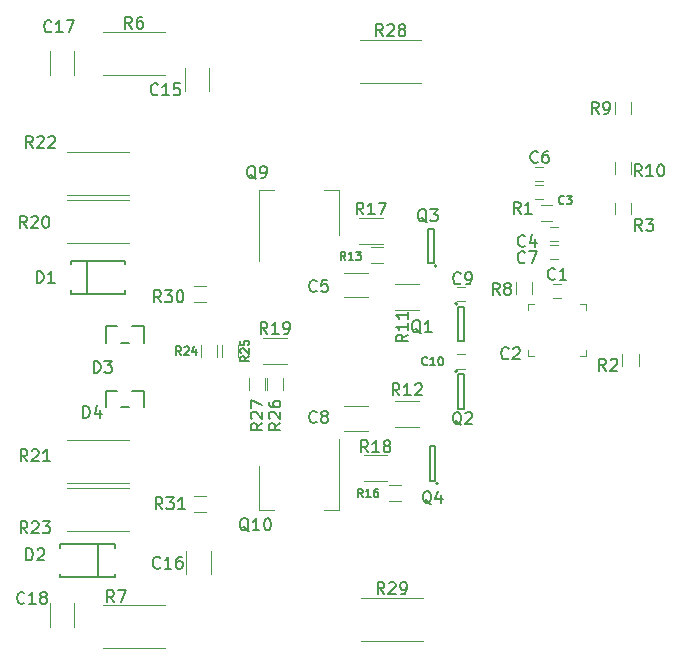
<source format=gto>
G04 #@! TF.FileFunction,Legend,Top*
%FSLAX46Y46*%
G04 Gerber Fmt 4.6, Leading zero omitted, Abs format (unit mm)*
G04 Created by KiCad (PCBNEW 4.0.2-stable) date 06/11/2017 10:09:17*
%MOMM*%
G01*
G04 APERTURE LIST*
%ADD10C,0.100000*%
%ADD11C,0.120000*%
%ADD12C,0.150000*%
G04 APERTURE END LIST*
D10*
D11*
X190516000Y-185366000D02*
X192516000Y-185366000D01*
X192516000Y-187506000D02*
X190516000Y-187506000D01*
D12*
X195788000Y-182831000D02*
G75*
G03X195788000Y-182831000I-100000J0D01*
G01*
X196338000Y-183081000D02*
X195838000Y-183081000D01*
X196338000Y-185981000D02*
X196338000Y-183081000D01*
X195838000Y-185981000D02*
X196338000Y-185981000D01*
X195838000Y-183081000D02*
X195838000Y-185981000D01*
D11*
X188198000Y-185797000D02*
X186198000Y-185797000D01*
X186198000Y-187837000D02*
X188198000Y-187837000D01*
X175850000Y-181602000D02*
X175850000Y-180602000D01*
X177210000Y-180602000D02*
X177210000Y-181602000D01*
D12*
X194175000Y-192327000D02*
G75*
G03X194175000Y-192327000I-100000J0D01*
G01*
X193425000Y-192077000D02*
X193925000Y-192077000D01*
X193425000Y-189177000D02*
X193425000Y-192077000D01*
X193925000Y-189177000D02*
X193425000Y-189177000D01*
X193925000Y-192077000D02*
X193925000Y-189177000D01*
D11*
X209124000Y-161028000D02*
X209124000Y-160028000D01*
X210484000Y-160028000D02*
X210484000Y-161028000D01*
X190000000Y-192487000D02*
X191000000Y-192487000D01*
X191000000Y-193847000D02*
X190000000Y-193847000D01*
X204566000Y-176622000D02*
X203866000Y-176622000D01*
X203866000Y-175422000D02*
X204566000Y-175422000D01*
X206666000Y-181524000D02*
X206166000Y-181524000D01*
X206666000Y-181524000D02*
X206666000Y-181024000D01*
X206666000Y-177124000D02*
X206166000Y-177124000D01*
X206666000Y-177124000D02*
X206666000Y-177624000D01*
X201766000Y-181524000D02*
X202266000Y-181524000D01*
X201766000Y-181524000D02*
X201766000Y-181024000D01*
X201766000Y-177124000D02*
X202266000Y-177124000D01*
X201766000Y-177124000D02*
X201766000Y-177624000D01*
X203042000Y-168240000D02*
X202342000Y-168240000D01*
X202342000Y-167040000D02*
X203042000Y-167040000D01*
X203612000Y-170596000D02*
X204312000Y-170596000D01*
X204312000Y-171796000D02*
X203612000Y-171796000D01*
X186198000Y-176534000D02*
X188198000Y-176534000D01*
X188198000Y-174494000D02*
X186198000Y-174494000D01*
X203042000Y-166716000D02*
X202342000Y-166716000D01*
X202342000Y-165516000D02*
X203042000Y-165516000D01*
X203612000Y-172120000D02*
X204312000Y-172120000D01*
X204312000Y-173320000D02*
X203612000Y-173320000D01*
X196438000Y-176876000D02*
X195738000Y-176876000D01*
X195738000Y-175676000D02*
X196438000Y-175676000D01*
X195738000Y-181391000D02*
X196438000Y-181391000D01*
X196438000Y-182591000D02*
X195738000Y-182591000D01*
X172716000Y-157115000D02*
X172716000Y-159115000D01*
X174756000Y-159115000D02*
X174756000Y-157115000D01*
X172843000Y-198009000D02*
X172843000Y-200009000D01*
X174883000Y-200009000D02*
X174883000Y-198009000D01*
X211119000Y-181364000D02*
X211119000Y-182364000D01*
X209759000Y-182364000D02*
X209759000Y-181364000D01*
X210484000Y-168537000D02*
X210484000Y-169537000D01*
X209124000Y-169537000D02*
X209124000Y-168537000D01*
X171002000Y-157776000D02*
X165802000Y-157776000D01*
X165802000Y-154136000D02*
X171002000Y-154136000D01*
X165802000Y-202650000D02*
X171002000Y-202650000D01*
X171002000Y-206290000D02*
X165802000Y-206290000D01*
X200742000Y-176268000D02*
X200742000Y-175268000D01*
X202102000Y-175268000D02*
X202102000Y-176268000D01*
X210484000Y-165108000D02*
X210484000Y-166108000D01*
X209124000Y-166108000D02*
X209124000Y-165108000D01*
X192516000Y-177600000D02*
X190516000Y-177600000D01*
X190516000Y-175460000D02*
X192516000Y-175460000D01*
X189476000Y-173654000D02*
X188476000Y-173654000D01*
X188476000Y-172294000D02*
X189476000Y-172294000D01*
X167954000Y-172000000D02*
X162754000Y-172000000D01*
X162754000Y-168360000D02*
X167954000Y-168360000D01*
X162754000Y-188680000D02*
X167954000Y-188680000D01*
X167954000Y-192320000D02*
X162754000Y-192320000D01*
X167954000Y-167936000D02*
X162754000Y-167936000D01*
X162754000Y-164296000D02*
X167954000Y-164296000D01*
X162754000Y-192744000D02*
X167954000Y-192744000D01*
X167954000Y-196384000D02*
X162754000Y-196384000D01*
X192719000Y-158411000D02*
X187519000Y-158411000D01*
X187519000Y-154771000D02*
X192719000Y-154771000D01*
X192846000Y-205655000D02*
X187646000Y-205655000D01*
X187646000Y-202015000D02*
X192846000Y-202015000D01*
X174072000Y-181602000D02*
X174072000Y-180602000D01*
X175432000Y-180602000D02*
X175432000Y-181602000D01*
X161286000Y-155718000D02*
X161286000Y-157718000D01*
X163326000Y-157718000D02*
X163326000Y-155718000D01*
X163326000Y-204454000D02*
X163326000Y-202454000D01*
X161286000Y-202454000D02*
X161286000Y-204454000D01*
D12*
X164454000Y-173479000D02*
X164454000Y-176279000D01*
X163054000Y-173479000D02*
X163054000Y-173779000D01*
X167654000Y-175979000D02*
X167654000Y-176279000D01*
X167654000Y-176279000D02*
X163054000Y-176279000D01*
X163054000Y-176279000D02*
X163054000Y-175979000D01*
X163054000Y-173479000D02*
X167654000Y-173479000D01*
X167654000Y-173479000D02*
X167654000Y-173779000D01*
X165365000Y-200282000D02*
X165365000Y-197482000D01*
X166765000Y-200282000D02*
X166765000Y-199982000D01*
X162165000Y-197782000D02*
X162165000Y-197482000D01*
X162165000Y-197482000D02*
X166765000Y-197482000D01*
X166765000Y-197482000D02*
X166765000Y-197782000D01*
X166765000Y-200282000D02*
X162165000Y-200282000D01*
X162165000Y-200282000D02*
X162165000Y-199982000D01*
X167340000Y-180405000D02*
X167940000Y-180405000D01*
X169240000Y-180405000D02*
X169240000Y-179005000D01*
X169240000Y-179005000D02*
X168240000Y-179005000D01*
X166940000Y-179005000D02*
X166040000Y-179005000D01*
X166040000Y-179005000D02*
X166040000Y-180405000D01*
X167340000Y-185866000D02*
X167940000Y-185866000D01*
X169240000Y-185866000D02*
X169240000Y-184466000D01*
X169240000Y-184466000D02*
X168240000Y-184466000D01*
X166940000Y-184466000D02*
X166040000Y-184466000D01*
X166040000Y-184466000D02*
X166040000Y-185866000D01*
D11*
X185782000Y-167508000D02*
X184522000Y-167508000D01*
X178962000Y-167508000D02*
X180222000Y-167508000D01*
X185782000Y-171268000D02*
X185782000Y-167508000D01*
X178962000Y-173518000D02*
X178962000Y-167508000D01*
X178962000Y-194569000D02*
X180222000Y-194569000D01*
X185782000Y-194569000D02*
X184522000Y-194569000D01*
X178962000Y-190809000D02*
X178962000Y-194569000D01*
X185782000Y-188559000D02*
X185782000Y-194569000D01*
X202827000Y-168738000D02*
X203827000Y-168738000D01*
X203827000Y-170098000D02*
X202827000Y-170098000D01*
X179340000Y-180032000D02*
X181340000Y-180032000D01*
X181340000Y-182172000D02*
X179340000Y-182172000D01*
X179496000Y-183396000D02*
X179496000Y-184396000D01*
X178136000Y-184396000D02*
X178136000Y-183396000D01*
D12*
X194048000Y-173912000D02*
G75*
G03X194048000Y-173912000I-100000J0D01*
G01*
X193298000Y-173662000D02*
X193798000Y-173662000D01*
X193298000Y-170762000D02*
X193298000Y-173662000D01*
X193798000Y-170762000D02*
X193298000Y-170762000D01*
X193798000Y-173662000D02*
X193798000Y-170762000D01*
X195788000Y-177116000D02*
G75*
G03X195788000Y-177116000I-100000J0D01*
G01*
X196338000Y-177366000D02*
X195838000Y-177366000D01*
X196338000Y-180266000D02*
X196338000Y-177366000D01*
X195838000Y-180266000D02*
X196338000Y-180266000D01*
X195838000Y-177366000D02*
X195838000Y-180266000D01*
D11*
X179660000Y-184396000D02*
X179660000Y-183396000D01*
X181020000Y-183396000D02*
X181020000Y-184396000D01*
X173490000Y-175596000D02*
X174490000Y-175596000D01*
X174490000Y-176956000D02*
X173490000Y-176956000D01*
X173490000Y-193376000D02*
X174490000Y-193376000D01*
X174490000Y-194736000D02*
X173490000Y-194736000D01*
X189468000Y-172012000D02*
X187468000Y-172012000D01*
X187468000Y-169872000D02*
X189468000Y-169872000D01*
X187849000Y-189938000D02*
X189849000Y-189938000D01*
X189849000Y-192078000D02*
X187849000Y-192078000D01*
D12*
X190873143Y-184856381D02*
X190539809Y-184380190D01*
X190301714Y-184856381D02*
X190301714Y-183856381D01*
X190682667Y-183856381D01*
X190777905Y-183904000D01*
X190825524Y-183951619D01*
X190873143Y-184046857D01*
X190873143Y-184189714D01*
X190825524Y-184284952D01*
X190777905Y-184332571D01*
X190682667Y-184380190D01*
X190301714Y-184380190D01*
X191825524Y-184856381D02*
X191254095Y-184856381D01*
X191539809Y-184856381D02*
X191539809Y-183856381D01*
X191444571Y-183999238D01*
X191349333Y-184094476D01*
X191254095Y-184142095D01*
X192206476Y-183951619D02*
X192254095Y-183904000D01*
X192349333Y-183856381D01*
X192587429Y-183856381D01*
X192682667Y-183904000D01*
X192730286Y-183951619D01*
X192777905Y-184046857D01*
X192777905Y-184142095D01*
X192730286Y-184284952D01*
X192158857Y-184856381D01*
X192777905Y-184856381D01*
X196119762Y-187364619D02*
X196024524Y-187317000D01*
X195929286Y-187221762D01*
X195786429Y-187078905D01*
X195691190Y-187031286D01*
X195595952Y-187031286D01*
X195643571Y-187269381D02*
X195548333Y-187221762D01*
X195453095Y-187126524D01*
X195405476Y-186936048D01*
X195405476Y-186602714D01*
X195453095Y-186412238D01*
X195548333Y-186317000D01*
X195643571Y-186269381D01*
X195834048Y-186269381D01*
X195929286Y-186317000D01*
X196024524Y-186412238D01*
X196072143Y-186602714D01*
X196072143Y-186936048D01*
X196024524Y-187126524D01*
X195929286Y-187221762D01*
X195834048Y-187269381D01*
X195643571Y-187269381D01*
X196453095Y-186364619D02*
X196500714Y-186317000D01*
X196595952Y-186269381D01*
X196834048Y-186269381D01*
X196929286Y-186317000D01*
X196976905Y-186364619D01*
X197024524Y-186459857D01*
X197024524Y-186555095D01*
X196976905Y-186697952D01*
X196405476Y-187269381D01*
X197024524Y-187269381D01*
X183856334Y-187110643D02*
X183808715Y-187158262D01*
X183665858Y-187205881D01*
X183570620Y-187205881D01*
X183427762Y-187158262D01*
X183332524Y-187063024D01*
X183284905Y-186967786D01*
X183237286Y-186777310D01*
X183237286Y-186634452D01*
X183284905Y-186443976D01*
X183332524Y-186348738D01*
X183427762Y-186253500D01*
X183570620Y-186205881D01*
X183665858Y-186205881D01*
X183808715Y-186253500D01*
X183856334Y-186301119D01*
X184427762Y-186634452D02*
X184332524Y-186586833D01*
X184284905Y-186539214D01*
X184237286Y-186443976D01*
X184237286Y-186396357D01*
X184284905Y-186301119D01*
X184332524Y-186253500D01*
X184427762Y-186205881D01*
X184618239Y-186205881D01*
X184713477Y-186253500D01*
X184761096Y-186301119D01*
X184808715Y-186396357D01*
X184808715Y-186443976D01*
X184761096Y-186539214D01*
X184713477Y-186586833D01*
X184618239Y-186634452D01*
X184427762Y-186634452D01*
X184332524Y-186682071D01*
X184284905Y-186729690D01*
X184237286Y-186824929D01*
X184237286Y-187015405D01*
X184284905Y-187110643D01*
X184332524Y-187158262D01*
X184427762Y-187205881D01*
X184618239Y-187205881D01*
X184713477Y-187158262D01*
X184761096Y-187110643D01*
X184808715Y-187015405D01*
X184808715Y-186824929D01*
X184761096Y-186729690D01*
X184713477Y-186682071D01*
X184618239Y-186634452D01*
X178116667Y-181552000D02*
X177783333Y-181785334D01*
X178116667Y-181952000D02*
X177416667Y-181952000D01*
X177416667Y-181685334D01*
X177450000Y-181618667D01*
X177483333Y-181585334D01*
X177550000Y-181552000D01*
X177650000Y-181552000D01*
X177716667Y-181585334D01*
X177750000Y-181618667D01*
X177783333Y-181685334D01*
X177783333Y-181952000D01*
X177483333Y-181285334D02*
X177450000Y-181252000D01*
X177416667Y-181185334D01*
X177416667Y-181018667D01*
X177450000Y-180952000D01*
X177483333Y-180918667D01*
X177550000Y-180885334D01*
X177616667Y-180885334D01*
X177716667Y-180918667D01*
X178116667Y-181318667D01*
X178116667Y-180885334D01*
X177416667Y-180252000D02*
X177416667Y-180585333D01*
X177750000Y-180618667D01*
X177716667Y-180585333D01*
X177683333Y-180518667D01*
X177683333Y-180352000D01*
X177716667Y-180285333D01*
X177750000Y-180252000D01*
X177816667Y-180218667D01*
X177983333Y-180218667D01*
X178050000Y-180252000D01*
X178083333Y-180285333D01*
X178116667Y-180352000D01*
X178116667Y-180518667D01*
X178083333Y-180585333D01*
X178050000Y-180618667D01*
X193579762Y-194074619D02*
X193484524Y-194027000D01*
X193389286Y-193931762D01*
X193246429Y-193788905D01*
X193151190Y-193741286D01*
X193055952Y-193741286D01*
X193103571Y-193979381D02*
X193008333Y-193931762D01*
X192913095Y-193836524D01*
X192865476Y-193646048D01*
X192865476Y-193312714D01*
X192913095Y-193122238D01*
X193008333Y-193027000D01*
X193103571Y-192979381D01*
X193294048Y-192979381D01*
X193389286Y-193027000D01*
X193484524Y-193122238D01*
X193532143Y-193312714D01*
X193532143Y-193646048D01*
X193484524Y-193836524D01*
X193389286Y-193931762D01*
X193294048Y-193979381D01*
X193103571Y-193979381D01*
X194389286Y-193312714D02*
X194389286Y-193979381D01*
X194151190Y-192931762D02*
X193913095Y-193646048D01*
X194532143Y-193646048D01*
X207732334Y-161043881D02*
X207399000Y-160567690D01*
X207160905Y-161043881D02*
X207160905Y-160043881D01*
X207541858Y-160043881D01*
X207637096Y-160091500D01*
X207684715Y-160139119D01*
X207732334Y-160234357D01*
X207732334Y-160377214D01*
X207684715Y-160472452D01*
X207637096Y-160520071D01*
X207541858Y-160567690D01*
X207160905Y-160567690D01*
X208208524Y-161043881D02*
X208399000Y-161043881D01*
X208494239Y-160996262D01*
X208541858Y-160948643D01*
X208637096Y-160805786D01*
X208684715Y-160615310D01*
X208684715Y-160234357D01*
X208637096Y-160139119D01*
X208589477Y-160091500D01*
X208494239Y-160043881D01*
X208303762Y-160043881D01*
X208208524Y-160091500D01*
X208160905Y-160139119D01*
X208113286Y-160234357D01*
X208113286Y-160472452D01*
X208160905Y-160567690D01*
X208208524Y-160615310D01*
X208303762Y-160662929D01*
X208494239Y-160662929D01*
X208589477Y-160615310D01*
X208637096Y-160567690D01*
X208684715Y-160472452D01*
X187764000Y-193483667D02*
X187530666Y-193150333D01*
X187364000Y-193483667D02*
X187364000Y-192783667D01*
X187630666Y-192783667D01*
X187697333Y-192817000D01*
X187730666Y-192850333D01*
X187764000Y-192917000D01*
X187764000Y-193017000D01*
X187730666Y-193083667D01*
X187697333Y-193117000D01*
X187630666Y-193150333D01*
X187364000Y-193150333D01*
X188430666Y-193483667D02*
X188030666Y-193483667D01*
X188230666Y-193483667D02*
X188230666Y-192783667D01*
X188164000Y-192883667D01*
X188097333Y-192950333D01*
X188030666Y-192983667D01*
X189030667Y-192783667D02*
X188897333Y-192783667D01*
X188830667Y-192817000D01*
X188797333Y-192850333D01*
X188730667Y-192950333D01*
X188697333Y-193083667D01*
X188697333Y-193350333D01*
X188730667Y-193417000D01*
X188764000Y-193450333D01*
X188830667Y-193483667D01*
X188964000Y-193483667D01*
X189030667Y-193450333D01*
X189064000Y-193417000D01*
X189097333Y-193350333D01*
X189097333Y-193183667D01*
X189064000Y-193117000D01*
X189030667Y-193083667D01*
X188964000Y-193050333D01*
X188830667Y-193050333D01*
X188764000Y-193083667D01*
X188730667Y-193117000D01*
X188697333Y-193183667D01*
X204049334Y-174982143D02*
X204001715Y-175029762D01*
X203858858Y-175077381D01*
X203763620Y-175077381D01*
X203620762Y-175029762D01*
X203525524Y-174934524D01*
X203477905Y-174839286D01*
X203430286Y-174648810D01*
X203430286Y-174505952D01*
X203477905Y-174315476D01*
X203525524Y-174220238D01*
X203620762Y-174125000D01*
X203763620Y-174077381D01*
X203858858Y-174077381D01*
X204001715Y-174125000D01*
X204049334Y-174172619D01*
X205001715Y-175077381D02*
X204430286Y-175077381D01*
X204716000Y-175077381D02*
X204716000Y-174077381D01*
X204620762Y-174220238D01*
X204525524Y-174315476D01*
X204430286Y-174363095D01*
X200112334Y-181713143D02*
X200064715Y-181760762D01*
X199921858Y-181808381D01*
X199826620Y-181808381D01*
X199683762Y-181760762D01*
X199588524Y-181665524D01*
X199540905Y-181570286D01*
X199493286Y-181379810D01*
X199493286Y-181236952D01*
X199540905Y-181046476D01*
X199588524Y-180951238D01*
X199683762Y-180856000D01*
X199826620Y-180808381D01*
X199921858Y-180808381D01*
X200064715Y-180856000D01*
X200112334Y-180903619D01*
X200493286Y-180903619D02*
X200540905Y-180856000D01*
X200636143Y-180808381D01*
X200874239Y-180808381D01*
X200969477Y-180856000D01*
X201017096Y-180903619D01*
X201064715Y-180998857D01*
X201064715Y-181094095D01*
X201017096Y-181236952D01*
X200445667Y-181808381D01*
X201064715Y-181808381D01*
X204797834Y-168588500D02*
X204764500Y-168621833D01*
X204664500Y-168655167D01*
X204597834Y-168655167D01*
X204497834Y-168621833D01*
X204431167Y-168555167D01*
X204397834Y-168488500D01*
X204364500Y-168355167D01*
X204364500Y-168255167D01*
X204397834Y-168121833D01*
X204431167Y-168055167D01*
X204497834Y-167988500D01*
X204597834Y-167955167D01*
X204664500Y-167955167D01*
X204764500Y-167988500D01*
X204797834Y-168021833D01*
X205031167Y-167955167D02*
X205464500Y-167955167D01*
X205231167Y-168221833D01*
X205331167Y-168221833D01*
X205397834Y-168255167D01*
X205431167Y-168288500D01*
X205464500Y-168355167D01*
X205464500Y-168521833D01*
X205431167Y-168588500D01*
X205397834Y-168621833D01*
X205331167Y-168655167D01*
X205131167Y-168655167D01*
X205064500Y-168621833D01*
X205031167Y-168588500D01*
X201509334Y-172188143D02*
X201461715Y-172235762D01*
X201318858Y-172283381D01*
X201223620Y-172283381D01*
X201080762Y-172235762D01*
X200985524Y-172140524D01*
X200937905Y-172045286D01*
X200890286Y-171854810D01*
X200890286Y-171711952D01*
X200937905Y-171521476D01*
X200985524Y-171426238D01*
X201080762Y-171331000D01*
X201223620Y-171283381D01*
X201318858Y-171283381D01*
X201461715Y-171331000D01*
X201509334Y-171378619D01*
X202366477Y-171616714D02*
X202366477Y-172283381D01*
X202128381Y-171235762D02*
X201890286Y-171950048D01*
X202509334Y-171950048D01*
X183856334Y-175998143D02*
X183808715Y-176045762D01*
X183665858Y-176093381D01*
X183570620Y-176093381D01*
X183427762Y-176045762D01*
X183332524Y-175950524D01*
X183284905Y-175855286D01*
X183237286Y-175664810D01*
X183237286Y-175521952D01*
X183284905Y-175331476D01*
X183332524Y-175236238D01*
X183427762Y-175141000D01*
X183570620Y-175093381D01*
X183665858Y-175093381D01*
X183808715Y-175141000D01*
X183856334Y-175188619D01*
X184761096Y-175093381D02*
X184284905Y-175093381D01*
X184237286Y-175569571D01*
X184284905Y-175521952D01*
X184380143Y-175474333D01*
X184618239Y-175474333D01*
X184713477Y-175521952D01*
X184761096Y-175569571D01*
X184808715Y-175664810D01*
X184808715Y-175902905D01*
X184761096Y-175998143D01*
X184713477Y-176045762D01*
X184618239Y-176093381D01*
X184380143Y-176093381D01*
X184284905Y-176045762D01*
X184237286Y-175998143D01*
X202588834Y-165076143D02*
X202541215Y-165123762D01*
X202398358Y-165171381D01*
X202303120Y-165171381D01*
X202160262Y-165123762D01*
X202065024Y-165028524D01*
X202017405Y-164933286D01*
X201969786Y-164742810D01*
X201969786Y-164599952D01*
X202017405Y-164409476D01*
X202065024Y-164314238D01*
X202160262Y-164219000D01*
X202303120Y-164171381D01*
X202398358Y-164171381D01*
X202541215Y-164219000D01*
X202588834Y-164266619D01*
X203445977Y-164171381D02*
X203255500Y-164171381D01*
X203160262Y-164219000D01*
X203112643Y-164266619D01*
X203017405Y-164409476D01*
X202969786Y-164599952D01*
X202969786Y-164980905D01*
X203017405Y-165076143D01*
X203065024Y-165123762D01*
X203160262Y-165171381D01*
X203350739Y-165171381D01*
X203445977Y-165123762D01*
X203493596Y-165076143D01*
X203541215Y-164980905D01*
X203541215Y-164742810D01*
X203493596Y-164647571D01*
X203445977Y-164599952D01*
X203350739Y-164552333D01*
X203160262Y-164552333D01*
X203065024Y-164599952D01*
X203017405Y-164647571D01*
X202969786Y-164742810D01*
X201509334Y-173585143D02*
X201461715Y-173632762D01*
X201318858Y-173680381D01*
X201223620Y-173680381D01*
X201080762Y-173632762D01*
X200985524Y-173537524D01*
X200937905Y-173442286D01*
X200890286Y-173251810D01*
X200890286Y-173108952D01*
X200937905Y-172918476D01*
X200985524Y-172823238D01*
X201080762Y-172728000D01*
X201223620Y-172680381D01*
X201318858Y-172680381D01*
X201461715Y-172728000D01*
X201509334Y-172775619D01*
X201842667Y-172680381D02*
X202509334Y-172680381D01*
X202080762Y-173680381D01*
X196048334Y-175363143D02*
X196000715Y-175410762D01*
X195857858Y-175458381D01*
X195762620Y-175458381D01*
X195619762Y-175410762D01*
X195524524Y-175315524D01*
X195476905Y-175220286D01*
X195429286Y-175029810D01*
X195429286Y-174886952D01*
X195476905Y-174696476D01*
X195524524Y-174601238D01*
X195619762Y-174506000D01*
X195762620Y-174458381D01*
X195857858Y-174458381D01*
X196000715Y-174506000D01*
X196048334Y-174553619D01*
X196524524Y-175458381D02*
X196715000Y-175458381D01*
X196810239Y-175410762D01*
X196857858Y-175363143D01*
X196953096Y-175220286D01*
X197000715Y-175029810D01*
X197000715Y-174648857D01*
X196953096Y-174553619D01*
X196905477Y-174506000D01*
X196810239Y-174458381D01*
X196619762Y-174458381D01*
X196524524Y-174506000D01*
X196476905Y-174553619D01*
X196429286Y-174648857D01*
X196429286Y-174886952D01*
X196476905Y-174982190D01*
X196524524Y-175029810D01*
X196619762Y-175077429D01*
X196810239Y-175077429D01*
X196905477Y-175029810D01*
X196953096Y-174982190D01*
X197000715Y-174886952D01*
X193225000Y-182241000D02*
X193191666Y-182274333D01*
X193091666Y-182307667D01*
X193025000Y-182307667D01*
X192925000Y-182274333D01*
X192858333Y-182207667D01*
X192825000Y-182141000D01*
X192791666Y-182007667D01*
X192791666Y-181907667D01*
X192825000Y-181774333D01*
X192858333Y-181707667D01*
X192925000Y-181641000D01*
X193025000Y-181607667D01*
X193091666Y-181607667D01*
X193191666Y-181641000D01*
X193225000Y-181674333D01*
X193891666Y-182307667D02*
X193491666Y-182307667D01*
X193691666Y-182307667D02*
X193691666Y-181607667D01*
X193625000Y-181707667D01*
X193558333Y-181774333D01*
X193491666Y-181807667D01*
X194325000Y-181607667D02*
X194391667Y-181607667D01*
X194458333Y-181641000D01*
X194491667Y-181674333D01*
X194525000Y-181741000D01*
X194558333Y-181874333D01*
X194558333Y-182041000D01*
X194525000Y-182174333D01*
X194491667Y-182241000D01*
X194458333Y-182274333D01*
X194391667Y-182307667D01*
X194325000Y-182307667D01*
X194258333Y-182274333D01*
X194225000Y-182241000D01*
X194191667Y-182174333D01*
X194158333Y-182041000D01*
X194158333Y-181874333D01*
X194191667Y-181741000D01*
X194225000Y-181674333D01*
X194258333Y-181641000D01*
X194325000Y-181607667D01*
X170426143Y-159361143D02*
X170378524Y-159408762D01*
X170235667Y-159456381D01*
X170140429Y-159456381D01*
X169997571Y-159408762D01*
X169902333Y-159313524D01*
X169854714Y-159218286D01*
X169807095Y-159027810D01*
X169807095Y-158884952D01*
X169854714Y-158694476D01*
X169902333Y-158599238D01*
X169997571Y-158504000D01*
X170140429Y-158456381D01*
X170235667Y-158456381D01*
X170378524Y-158504000D01*
X170426143Y-158551619D01*
X171378524Y-159456381D02*
X170807095Y-159456381D01*
X171092809Y-159456381D02*
X171092809Y-158456381D01*
X170997571Y-158599238D01*
X170902333Y-158694476D01*
X170807095Y-158742095D01*
X172283286Y-158456381D02*
X171807095Y-158456381D01*
X171759476Y-158932571D01*
X171807095Y-158884952D01*
X171902333Y-158837333D01*
X172140429Y-158837333D01*
X172235667Y-158884952D01*
X172283286Y-158932571D01*
X172330905Y-159027810D01*
X172330905Y-159265905D01*
X172283286Y-159361143D01*
X172235667Y-159408762D01*
X172140429Y-159456381D01*
X171902333Y-159456381D01*
X171807095Y-159408762D01*
X171759476Y-159361143D01*
X170616643Y-199429643D02*
X170569024Y-199477262D01*
X170426167Y-199524881D01*
X170330929Y-199524881D01*
X170188071Y-199477262D01*
X170092833Y-199382024D01*
X170045214Y-199286786D01*
X169997595Y-199096310D01*
X169997595Y-198953452D01*
X170045214Y-198762976D01*
X170092833Y-198667738D01*
X170188071Y-198572500D01*
X170330929Y-198524881D01*
X170426167Y-198524881D01*
X170569024Y-198572500D01*
X170616643Y-198620119D01*
X171569024Y-199524881D02*
X170997595Y-199524881D01*
X171283309Y-199524881D02*
X171283309Y-198524881D01*
X171188071Y-198667738D01*
X171092833Y-198762976D01*
X170997595Y-198810595D01*
X172426167Y-198524881D02*
X172235690Y-198524881D01*
X172140452Y-198572500D01*
X172092833Y-198620119D01*
X171997595Y-198762976D01*
X171949976Y-198953452D01*
X171949976Y-199334405D01*
X171997595Y-199429643D01*
X172045214Y-199477262D01*
X172140452Y-199524881D01*
X172330929Y-199524881D01*
X172426167Y-199477262D01*
X172473786Y-199429643D01*
X172521405Y-199334405D01*
X172521405Y-199096310D01*
X172473786Y-199001071D01*
X172426167Y-198953452D01*
X172330929Y-198905833D01*
X172140452Y-198905833D01*
X172045214Y-198953452D01*
X171997595Y-199001071D01*
X171949976Y-199096310D01*
X208367334Y-182760881D02*
X208034000Y-182284690D01*
X207795905Y-182760881D02*
X207795905Y-181760881D01*
X208176858Y-181760881D01*
X208272096Y-181808500D01*
X208319715Y-181856119D01*
X208367334Y-181951357D01*
X208367334Y-182094214D01*
X208319715Y-182189452D01*
X208272096Y-182237071D01*
X208176858Y-182284690D01*
X207795905Y-182284690D01*
X208748286Y-181856119D02*
X208795905Y-181808500D01*
X208891143Y-181760881D01*
X209129239Y-181760881D01*
X209224477Y-181808500D01*
X209272096Y-181856119D01*
X209319715Y-181951357D01*
X209319715Y-182046595D01*
X209272096Y-182189452D01*
X208700667Y-182760881D01*
X209319715Y-182760881D01*
X211415334Y-170949881D02*
X211082000Y-170473690D01*
X210843905Y-170949881D02*
X210843905Y-169949881D01*
X211224858Y-169949881D01*
X211320096Y-169997500D01*
X211367715Y-170045119D01*
X211415334Y-170140357D01*
X211415334Y-170283214D01*
X211367715Y-170378452D01*
X211320096Y-170426071D01*
X211224858Y-170473690D01*
X210843905Y-170473690D01*
X211748667Y-169949881D02*
X212367715Y-169949881D01*
X212034381Y-170330833D01*
X212177239Y-170330833D01*
X212272477Y-170378452D01*
X212320096Y-170426071D01*
X212367715Y-170521310D01*
X212367715Y-170759405D01*
X212320096Y-170854643D01*
X212272477Y-170902262D01*
X212177239Y-170949881D01*
X211891524Y-170949881D01*
X211796286Y-170902262D01*
X211748667Y-170854643D01*
X168235334Y-153808381D02*
X167902000Y-153332190D01*
X167663905Y-153808381D02*
X167663905Y-152808381D01*
X168044858Y-152808381D01*
X168140096Y-152856000D01*
X168187715Y-152903619D01*
X168235334Y-152998857D01*
X168235334Y-153141714D01*
X168187715Y-153236952D01*
X168140096Y-153284571D01*
X168044858Y-153332190D01*
X167663905Y-153332190D01*
X169092477Y-152808381D02*
X168902000Y-152808381D01*
X168806762Y-152856000D01*
X168759143Y-152903619D01*
X168663905Y-153046476D01*
X168616286Y-153236952D01*
X168616286Y-153617905D01*
X168663905Y-153713143D01*
X168711524Y-153760762D01*
X168806762Y-153808381D01*
X168997239Y-153808381D01*
X169092477Y-153760762D01*
X169140096Y-153713143D01*
X169187715Y-153617905D01*
X169187715Y-153379810D01*
X169140096Y-153284571D01*
X169092477Y-153236952D01*
X168997239Y-153189333D01*
X168806762Y-153189333D01*
X168711524Y-153236952D01*
X168663905Y-153284571D01*
X168616286Y-153379810D01*
X166711334Y-202382381D02*
X166378000Y-201906190D01*
X166139905Y-202382381D02*
X166139905Y-201382381D01*
X166520858Y-201382381D01*
X166616096Y-201430000D01*
X166663715Y-201477619D01*
X166711334Y-201572857D01*
X166711334Y-201715714D01*
X166663715Y-201810952D01*
X166616096Y-201858571D01*
X166520858Y-201906190D01*
X166139905Y-201906190D01*
X167044667Y-201382381D02*
X167711334Y-201382381D01*
X167282762Y-202382381D01*
X199350334Y-176347381D02*
X199017000Y-175871190D01*
X198778905Y-176347381D02*
X198778905Y-175347381D01*
X199159858Y-175347381D01*
X199255096Y-175395000D01*
X199302715Y-175442619D01*
X199350334Y-175537857D01*
X199350334Y-175680714D01*
X199302715Y-175775952D01*
X199255096Y-175823571D01*
X199159858Y-175871190D01*
X198778905Y-175871190D01*
X199921762Y-175775952D02*
X199826524Y-175728333D01*
X199778905Y-175680714D01*
X199731286Y-175585476D01*
X199731286Y-175537857D01*
X199778905Y-175442619D01*
X199826524Y-175395000D01*
X199921762Y-175347381D01*
X200112239Y-175347381D01*
X200207477Y-175395000D01*
X200255096Y-175442619D01*
X200302715Y-175537857D01*
X200302715Y-175585476D01*
X200255096Y-175680714D01*
X200207477Y-175728333D01*
X200112239Y-175775952D01*
X199921762Y-175775952D01*
X199826524Y-175823571D01*
X199778905Y-175871190D01*
X199731286Y-175966429D01*
X199731286Y-176156905D01*
X199778905Y-176252143D01*
X199826524Y-176299762D01*
X199921762Y-176347381D01*
X200112239Y-176347381D01*
X200207477Y-176299762D01*
X200255096Y-176252143D01*
X200302715Y-176156905D01*
X200302715Y-175966429D01*
X200255096Y-175871190D01*
X200207477Y-175823571D01*
X200112239Y-175775952D01*
X211383643Y-166314381D02*
X211050309Y-165838190D01*
X210812214Y-166314381D02*
X210812214Y-165314381D01*
X211193167Y-165314381D01*
X211288405Y-165362000D01*
X211336024Y-165409619D01*
X211383643Y-165504857D01*
X211383643Y-165647714D01*
X211336024Y-165742952D01*
X211288405Y-165790571D01*
X211193167Y-165838190D01*
X210812214Y-165838190D01*
X212336024Y-166314381D02*
X211764595Y-166314381D01*
X212050309Y-166314381D02*
X212050309Y-165314381D01*
X211955071Y-165457238D01*
X211859833Y-165552476D01*
X211764595Y-165600095D01*
X212955071Y-165314381D02*
X213050310Y-165314381D01*
X213145548Y-165362000D01*
X213193167Y-165409619D01*
X213240786Y-165504857D01*
X213288405Y-165695333D01*
X213288405Y-165933429D01*
X213240786Y-166123905D01*
X213193167Y-166219143D01*
X213145548Y-166266762D01*
X213050310Y-166314381D01*
X212955071Y-166314381D01*
X212859833Y-166266762D01*
X212812214Y-166219143D01*
X212764595Y-166123905D01*
X212716976Y-165933429D01*
X212716976Y-165695333D01*
X212764595Y-165504857D01*
X212812214Y-165409619D01*
X212859833Y-165362000D01*
X212955071Y-165314381D01*
X191587381Y-179712857D02*
X191111190Y-180046191D01*
X191587381Y-180284286D02*
X190587381Y-180284286D01*
X190587381Y-179903333D01*
X190635000Y-179808095D01*
X190682619Y-179760476D01*
X190777857Y-179712857D01*
X190920714Y-179712857D01*
X191015952Y-179760476D01*
X191063571Y-179808095D01*
X191111190Y-179903333D01*
X191111190Y-180284286D01*
X191587381Y-178760476D02*
X191587381Y-179331905D01*
X191587381Y-179046191D02*
X190587381Y-179046191D01*
X190730238Y-179141429D01*
X190825476Y-179236667D01*
X190873095Y-179331905D01*
X191587381Y-177808095D02*
X191587381Y-178379524D01*
X191587381Y-178093810D02*
X190587381Y-178093810D01*
X190730238Y-178189048D01*
X190825476Y-178284286D01*
X190873095Y-178379524D01*
X186303500Y-173417667D02*
X186070166Y-173084333D01*
X185903500Y-173417667D02*
X185903500Y-172717667D01*
X186170166Y-172717667D01*
X186236833Y-172751000D01*
X186270166Y-172784333D01*
X186303500Y-172851000D01*
X186303500Y-172951000D01*
X186270166Y-173017667D01*
X186236833Y-173051000D01*
X186170166Y-173084333D01*
X185903500Y-173084333D01*
X186970166Y-173417667D02*
X186570166Y-173417667D01*
X186770166Y-173417667D02*
X186770166Y-172717667D01*
X186703500Y-172817667D01*
X186636833Y-172884333D01*
X186570166Y-172917667D01*
X187203500Y-172717667D02*
X187636833Y-172717667D01*
X187403500Y-172984333D01*
X187503500Y-172984333D01*
X187570167Y-173017667D01*
X187603500Y-173051000D01*
X187636833Y-173117667D01*
X187636833Y-173284333D01*
X187603500Y-173351000D01*
X187570167Y-173384333D01*
X187503500Y-173417667D01*
X187303500Y-173417667D01*
X187236833Y-173384333D01*
X187203500Y-173351000D01*
X159313643Y-170695881D02*
X158980309Y-170219690D01*
X158742214Y-170695881D02*
X158742214Y-169695881D01*
X159123167Y-169695881D01*
X159218405Y-169743500D01*
X159266024Y-169791119D01*
X159313643Y-169886357D01*
X159313643Y-170029214D01*
X159266024Y-170124452D01*
X159218405Y-170172071D01*
X159123167Y-170219690D01*
X158742214Y-170219690D01*
X159694595Y-169791119D02*
X159742214Y-169743500D01*
X159837452Y-169695881D01*
X160075548Y-169695881D01*
X160170786Y-169743500D01*
X160218405Y-169791119D01*
X160266024Y-169886357D01*
X160266024Y-169981595D01*
X160218405Y-170124452D01*
X159646976Y-170695881D01*
X160266024Y-170695881D01*
X160885071Y-169695881D02*
X160980310Y-169695881D01*
X161075548Y-169743500D01*
X161123167Y-169791119D01*
X161170786Y-169886357D01*
X161218405Y-170076833D01*
X161218405Y-170314929D01*
X161170786Y-170505405D01*
X161123167Y-170600643D01*
X161075548Y-170648262D01*
X160980310Y-170695881D01*
X160885071Y-170695881D01*
X160789833Y-170648262D01*
X160742214Y-170600643D01*
X160694595Y-170505405D01*
X160646976Y-170314929D01*
X160646976Y-170076833D01*
X160694595Y-169886357D01*
X160742214Y-169791119D01*
X160789833Y-169743500D01*
X160885071Y-169695881D01*
X159377143Y-190444381D02*
X159043809Y-189968190D01*
X158805714Y-190444381D02*
X158805714Y-189444381D01*
X159186667Y-189444381D01*
X159281905Y-189492000D01*
X159329524Y-189539619D01*
X159377143Y-189634857D01*
X159377143Y-189777714D01*
X159329524Y-189872952D01*
X159281905Y-189920571D01*
X159186667Y-189968190D01*
X158805714Y-189968190D01*
X159758095Y-189539619D02*
X159805714Y-189492000D01*
X159900952Y-189444381D01*
X160139048Y-189444381D01*
X160234286Y-189492000D01*
X160281905Y-189539619D01*
X160329524Y-189634857D01*
X160329524Y-189730095D01*
X160281905Y-189872952D01*
X159710476Y-190444381D01*
X160329524Y-190444381D01*
X161281905Y-190444381D02*
X160710476Y-190444381D01*
X160996190Y-190444381D02*
X160996190Y-189444381D01*
X160900952Y-189587238D01*
X160805714Y-189682476D01*
X160710476Y-189730095D01*
X159821643Y-163901381D02*
X159488309Y-163425190D01*
X159250214Y-163901381D02*
X159250214Y-162901381D01*
X159631167Y-162901381D01*
X159726405Y-162949000D01*
X159774024Y-162996619D01*
X159821643Y-163091857D01*
X159821643Y-163234714D01*
X159774024Y-163329952D01*
X159726405Y-163377571D01*
X159631167Y-163425190D01*
X159250214Y-163425190D01*
X160202595Y-162996619D02*
X160250214Y-162949000D01*
X160345452Y-162901381D01*
X160583548Y-162901381D01*
X160678786Y-162949000D01*
X160726405Y-162996619D01*
X160774024Y-163091857D01*
X160774024Y-163187095D01*
X160726405Y-163329952D01*
X160154976Y-163901381D01*
X160774024Y-163901381D01*
X161154976Y-162996619D02*
X161202595Y-162949000D01*
X161297833Y-162901381D01*
X161535929Y-162901381D01*
X161631167Y-162949000D01*
X161678786Y-162996619D01*
X161726405Y-163091857D01*
X161726405Y-163187095D01*
X161678786Y-163329952D01*
X161107357Y-163901381D01*
X161726405Y-163901381D01*
X159377143Y-196540381D02*
X159043809Y-196064190D01*
X158805714Y-196540381D02*
X158805714Y-195540381D01*
X159186667Y-195540381D01*
X159281905Y-195588000D01*
X159329524Y-195635619D01*
X159377143Y-195730857D01*
X159377143Y-195873714D01*
X159329524Y-195968952D01*
X159281905Y-196016571D01*
X159186667Y-196064190D01*
X158805714Y-196064190D01*
X159758095Y-195635619D02*
X159805714Y-195588000D01*
X159900952Y-195540381D01*
X160139048Y-195540381D01*
X160234286Y-195588000D01*
X160281905Y-195635619D01*
X160329524Y-195730857D01*
X160329524Y-195826095D01*
X160281905Y-195968952D01*
X159710476Y-196540381D01*
X160329524Y-196540381D01*
X160662857Y-195540381D02*
X161281905Y-195540381D01*
X160948571Y-195921333D01*
X161091429Y-195921333D01*
X161186667Y-195968952D01*
X161234286Y-196016571D01*
X161281905Y-196111810D01*
X161281905Y-196349905D01*
X161234286Y-196445143D01*
X161186667Y-196492762D01*
X161091429Y-196540381D01*
X160805714Y-196540381D01*
X160710476Y-196492762D01*
X160662857Y-196445143D01*
X189476143Y-154443381D02*
X189142809Y-153967190D01*
X188904714Y-154443381D02*
X188904714Y-153443381D01*
X189285667Y-153443381D01*
X189380905Y-153491000D01*
X189428524Y-153538619D01*
X189476143Y-153633857D01*
X189476143Y-153776714D01*
X189428524Y-153871952D01*
X189380905Y-153919571D01*
X189285667Y-153967190D01*
X188904714Y-153967190D01*
X189857095Y-153538619D02*
X189904714Y-153491000D01*
X189999952Y-153443381D01*
X190238048Y-153443381D01*
X190333286Y-153491000D01*
X190380905Y-153538619D01*
X190428524Y-153633857D01*
X190428524Y-153729095D01*
X190380905Y-153871952D01*
X189809476Y-154443381D01*
X190428524Y-154443381D01*
X190999952Y-153871952D02*
X190904714Y-153824333D01*
X190857095Y-153776714D01*
X190809476Y-153681476D01*
X190809476Y-153633857D01*
X190857095Y-153538619D01*
X190904714Y-153491000D01*
X190999952Y-153443381D01*
X191190429Y-153443381D01*
X191285667Y-153491000D01*
X191333286Y-153538619D01*
X191380905Y-153633857D01*
X191380905Y-153681476D01*
X191333286Y-153776714D01*
X191285667Y-153824333D01*
X191190429Y-153871952D01*
X190999952Y-153871952D01*
X190904714Y-153919571D01*
X190857095Y-153967190D01*
X190809476Y-154062429D01*
X190809476Y-154252905D01*
X190857095Y-154348143D01*
X190904714Y-154395762D01*
X190999952Y-154443381D01*
X191190429Y-154443381D01*
X191285667Y-154395762D01*
X191333286Y-154348143D01*
X191380905Y-154252905D01*
X191380905Y-154062429D01*
X191333286Y-153967190D01*
X191285667Y-153919571D01*
X191190429Y-153871952D01*
X189603143Y-201687381D02*
X189269809Y-201211190D01*
X189031714Y-201687381D02*
X189031714Y-200687381D01*
X189412667Y-200687381D01*
X189507905Y-200735000D01*
X189555524Y-200782619D01*
X189603143Y-200877857D01*
X189603143Y-201020714D01*
X189555524Y-201115952D01*
X189507905Y-201163571D01*
X189412667Y-201211190D01*
X189031714Y-201211190D01*
X189984095Y-200782619D02*
X190031714Y-200735000D01*
X190126952Y-200687381D01*
X190365048Y-200687381D01*
X190460286Y-200735000D01*
X190507905Y-200782619D01*
X190555524Y-200877857D01*
X190555524Y-200973095D01*
X190507905Y-201115952D01*
X189936476Y-201687381D01*
X190555524Y-201687381D01*
X191031714Y-201687381D02*
X191222190Y-201687381D01*
X191317429Y-201639762D01*
X191365048Y-201592143D01*
X191460286Y-201449286D01*
X191507905Y-201258810D01*
X191507905Y-200877857D01*
X191460286Y-200782619D01*
X191412667Y-200735000D01*
X191317429Y-200687381D01*
X191126952Y-200687381D01*
X191031714Y-200735000D01*
X190984095Y-200782619D01*
X190936476Y-200877857D01*
X190936476Y-201115952D01*
X190984095Y-201211190D01*
X191031714Y-201258810D01*
X191126952Y-201306429D01*
X191317429Y-201306429D01*
X191412667Y-201258810D01*
X191460286Y-201211190D01*
X191507905Y-201115952D01*
X172397000Y-181418667D02*
X172163666Y-181085333D01*
X171997000Y-181418667D02*
X171997000Y-180718667D01*
X172263666Y-180718667D01*
X172330333Y-180752000D01*
X172363666Y-180785333D01*
X172397000Y-180852000D01*
X172397000Y-180952000D01*
X172363666Y-181018667D01*
X172330333Y-181052000D01*
X172263666Y-181085333D01*
X171997000Y-181085333D01*
X172663666Y-180785333D02*
X172697000Y-180752000D01*
X172763666Y-180718667D01*
X172930333Y-180718667D01*
X172997000Y-180752000D01*
X173030333Y-180785333D01*
X173063666Y-180852000D01*
X173063666Y-180918667D01*
X173030333Y-181018667D01*
X172630333Y-181418667D01*
X173063666Y-181418667D01*
X173663667Y-180952000D02*
X173663667Y-181418667D01*
X173497000Y-180685333D02*
X173330333Y-181185333D01*
X173763667Y-181185333D01*
X161409143Y-154027143D02*
X161361524Y-154074762D01*
X161218667Y-154122381D01*
X161123429Y-154122381D01*
X160980571Y-154074762D01*
X160885333Y-153979524D01*
X160837714Y-153884286D01*
X160790095Y-153693810D01*
X160790095Y-153550952D01*
X160837714Y-153360476D01*
X160885333Y-153265238D01*
X160980571Y-153170000D01*
X161123429Y-153122381D01*
X161218667Y-153122381D01*
X161361524Y-153170000D01*
X161409143Y-153217619D01*
X162361524Y-154122381D02*
X161790095Y-154122381D01*
X162075809Y-154122381D02*
X162075809Y-153122381D01*
X161980571Y-153265238D01*
X161885333Y-153360476D01*
X161790095Y-153408095D01*
X162694857Y-153122381D02*
X163361524Y-153122381D01*
X162932952Y-154122381D01*
X159123143Y-202414143D02*
X159075524Y-202461762D01*
X158932667Y-202509381D01*
X158837429Y-202509381D01*
X158694571Y-202461762D01*
X158599333Y-202366524D01*
X158551714Y-202271286D01*
X158504095Y-202080810D01*
X158504095Y-201937952D01*
X158551714Y-201747476D01*
X158599333Y-201652238D01*
X158694571Y-201557000D01*
X158837429Y-201509381D01*
X158932667Y-201509381D01*
X159075524Y-201557000D01*
X159123143Y-201604619D01*
X160075524Y-202509381D02*
X159504095Y-202509381D01*
X159789809Y-202509381D02*
X159789809Y-201509381D01*
X159694571Y-201652238D01*
X159599333Y-201747476D01*
X159504095Y-201795095D01*
X160646952Y-201937952D02*
X160551714Y-201890333D01*
X160504095Y-201842714D01*
X160456476Y-201747476D01*
X160456476Y-201699857D01*
X160504095Y-201604619D01*
X160551714Y-201557000D01*
X160646952Y-201509381D01*
X160837429Y-201509381D01*
X160932667Y-201557000D01*
X160980286Y-201604619D01*
X161027905Y-201699857D01*
X161027905Y-201747476D01*
X160980286Y-201842714D01*
X160932667Y-201890333D01*
X160837429Y-201937952D01*
X160646952Y-201937952D01*
X160551714Y-201985571D01*
X160504095Y-202033190D01*
X160456476Y-202128429D01*
X160456476Y-202318905D01*
X160504095Y-202414143D01*
X160551714Y-202461762D01*
X160646952Y-202509381D01*
X160837429Y-202509381D01*
X160932667Y-202461762D01*
X160980286Y-202414143D01*
X161027905Y-202318905D01*
X161027905Y-202128429D01*
X160980286Y-202033190D01*
X160932667Y-201985571D01*
X160837429Y-201937952D01*
X160170905Y-175331381D02*
X160170905Y-174331381D01*
X160409000Y-174331381D01*
X160551858Y-174379000D01*
X160647096Y-174474238D01*
X160694715Y-174569476D01*
X160742334Y-174759952D01*
X160742334Y-174902810D01*
X160694715Y-175093286D01*
X160647096Y-175188524D01*
X160551858Y-175283762D01*
X160409000Y-175331381D01*
X160170905Y-175331381D01*
X161694715Y-175331381D02*
X161123286Y-175331381D01*
X161409000Y-175331381D02*
X161409000Y-174331381D01*
X161313762Y-174474238D01*
X161218524Y-174569476D01*
X161123286Y-174617095D01*
X159281905Y-198826381D02*
X159281905Y-197826381D01*
X159520000Y-197826381D01*
X159662858Y-197874000D01*
X159758096Y-197969238D01*
X159805715Y-198064476D01*
X159853334Y-198254952D01*
X159853334Y-198397810D01*
X159805715Y-198588286D01*
X159758096Y-198683524D01*
X159662858Y-198778762D01*
X159520000Y-198826381D01*
X159281905Y-198826381D01*
X160234286Y-197921619D02*
X160281905Y-197874000D01*
X160377143Y-197826381D01*
X160615239Y-197826381D01*
X160710477Y-197874000D01*
X160758096Y-197921619D01*
X160805715Y-198016857D01*
X160805715Y-198112095D01*
X160758096Y-198254952D01*
X160186667Y-198826381D01*
X160805715Y-198826381D01*
X164996905Y-182951381D02*
X164996905Y-181951381D01*
X165235000Y-181951381D01*
X165377858Y-181999000D01*
X165473096Y-182094238D01*
X165520715Y-182189476D01*
X165568334Y-182379952D01*
X165568334Y-182522810D01*
X165520715Y-182713286D01*
X165473096Y-182808524D01*
X165377858Y-182903762D01*
X165235000Y-182951381D01*
X164996905Y-182951381D01*
X165901667Y-181951381D02*
X166520715Y-181951381D01*
X166187381Y-182332333D01*
X166330239Y-182332333D01*
X166425477Y-182379952D01*
X166473096Y-182427571D01*
X166520715Y-182522810D01*
X166520715Y-182760905D01*
X166473096Y-182856143D01*
X166425477Y-182903762D01*
X166330239Y-182951381D01*
X166044524Y-182951381D01*
X165949286Y-182903762D01*
X165901667Y-182856143D01*
X164107905Y-186761381D02*
X164107905Y-185761381D01*
X164346000Y-185761381D01*
X164488858Y-185809000D01*
X164584096Y-185904238D01*
X164631715Y-185999476D01*
X164679334Y-186189952D01*
X164679334Y-186332810D01*
X164631715Y-186523286D01*
X164584096Y-186618524D01*
X164488858Y-186713762D01*
X164346000Y-186761381D01*
X164107905Y-186761381D01*
X165536477Y-186094714D02*
X165536477Y-186761381D01*
X165298381Y-185713762D02*
X165060286Y-186428048D01*
X165679334Y-186428048D01*
X178720762Y-166536619D02*
X178625524Y-166489000D01*
X178530286Y-166393762D01*
X178387429Y-166250905D01*
X178292190Y-166203286D01*
X178196952Y-166203286D01*
X178244571Y-166441381D02*
X178149333Y-166393762D01*
X178054095Y-166298524D01*
X178006476Y-166108048D01*
X178006476Y-165774714D01*
X178054095Y-165584238D01*
X178149333Y-165489000D01*
X178244571Y-165441381D01*
X178435048Y-165441381D01*
X178530286Y-165489000D01*
X178625524Y-165584238D01*
X178673143Y-165774714D01*
X178673143Y-166108048D01*
X178625524Y-166298524D01*
X178530286Y-166393762D01*
X178435048Y-166441381D01*
X178244571Y-166441381D01*
X179149333Y-166441381D02*
X179339809Y-166441381D01*
X179435048Y-166393762D01*
X179482667Y-166346143D01*
X179577905Y-166203286D01*
X179625524Y-166012810D01*
X179625524Y-165631857D01*
X179577905Y-165536619D01*
X179530286Y-165489000D01*
X179435048Y-165441381D01*
X179244571Y-165441381D01*
X179149333Y-165489000D01*
X179101714Y-165536619D01*
X179054095Y-165631857D01*
X179054095Y-165869952D01*
X179101714Y-165965190D01*
X179149333Y-166012810D01*
X179244571Y-166060429D01*
X179435048Y-166060429D01*
X179530286Y-166012810D01*
X179577905Y-165965190D01*
X179625524Y-165869952D01*
X178117572Y-196381619D02*
X178022334Y-196334000D01*
X177927096Y-196238762D01*
X177784239Y-196095905D01*
X177689000Y-196048286D01*
X177593762Y-196048286D01*
X177641381Y-196286381D02*
X177546143Y-196238762D01*
X177450905Y-196143524D01*
X177403286Y-195953048D01*
X177403286Y-195619714D01*
X177450905Y-195429238D01*
X177546143Y-195334000D01*
X177641381Y-195286381D01*
X177831858Y-195286381D01*
X177927096Y-195334000D01*
X178022334Y-195429238D01*
X178069953Y-195619714D01*
X178069953Y-195953048D01*
X178022334Y-196143524D01*
X177927096Y-196238762D01*
X177831858Y-196286381D01*
X177641381Y-196286381D01*
X179022334Y-196286381D02*
X178450905Y-196286381D01*
X178736619Y-196286381D02*
X178736619Y-195286381D01*
X178641381Y-195429238D01*
X178546143Y-195524476D01*
X178450905Y-195572095D01*
X179641381Y-195286381D02*
X179736620Y-195286381D01*
X179831858Y-195334000D01*
X179879477Y-195381619D01*
X179927096Y-195476857D01*
X179974715Y-195667333D01*
X179974715Y-195905429D01*
X179927096Y-196095905D01*
X179879477Y-196191143D01*
X179831858Y-196238762D01*
X179736620Y-196286381D01*
X179641381Y-196286381D01*
X179546143Y-196238762D01*
X179498524Y-196191143D01*
X179450905Y-196095905D01*
X179403286Y-195905429D01*
X179403286Y-195667333D01*
X179450905Y-195476857D01*
X179498524Y-195381619D01*
X179546143Y-195334000D01*
X179641381Y-195286381D01*
X201128334Y-169489381D02*
X200795000Y-169013190D01*
X200556905Y-169489381D02*
X200556905Y-168489381D01*
X200937858Y-168489381D01*
X201033096Y-168537000D01*
X201080715Y-168584619D01*
X201128334Y-168679857D01*
X201128334Y-168822714D01*
X201080715Y-168917952D01*
X201033096Y-168965571D01*
X200937858Y-169013190D01*
X200556905Y-169013190D01*
X202080715Y-169489381D02*
X201509286Y-169489381D01*
X201795000Y-169489381D02*
X201795000Y-168489381D01*
X201699762Y-168632238D01*
X201604524Y-168727476D01*
X201509286Y-168775095D01*
X179697143Y-179649381D02*
X179363809Y-179173190D01*
X179125714Y-179649381D02*
X179125714Y-178649381D01*
X179506667Y-178649381D01*
X179601905Y-178697000D01*
X179649524Y-178744619D01*
X179697143Y-178839857D01*
X179697143Y-178982714D01*
X179649524Y-179077952D01*
X179601905Y-179125571D01*
X179506667Y-179173190D01*
X179125714Y-179173190D01*
X180649524Y-179649381D02*
X180078095Y-179649381D01*
X180363809Y-179649381D02*
X180363809Y-178649381D01*
X180268571Y-178792238D01*
X180173333Y-178887476D01*
X180078095Y-178935095D01*
X181125714Y-179649381D02*
X181316190Y-179649381D01*
X181411429Y-179601762D01*
X181459048Y-179554143D01*
X181554286Y-179411286D01*
X181601905Y-179220810D01*
X181601905Y-178839857D01*
X181554286Y-178744619D01*
X181506667Y-178697000D01*
X181411429Y-178649381D01*
X181220952Y-178649381D01*
X181125714Y-178697000D01*
X181078095Y-178744619D01*
X181030476Y-178839857D01*
X181030476Y-179077952D01*
X181078095Y-179173190D01*
X181125714Y-179220810D01*
X181220952Y-179268429D01*
X181411429Y-179268429D01*
X181506667Y-179220810D01*
X181554286Y-179173190D01*
X181601905Y-179077952D01*
X179268381Y-187205857D02*
X178792190Y-187539191D01*
X179268381Y-187777286D02*
X178268381Y-187777286D01*
X178268381Y-187396333D01*
X178316000Y-187301095D01*
X178363619Y-187253476D01*
X178458857Y-187205857D01*
X178601714Y-187205857D01*
X178696952Y-187253476D01*
X178744571Y-187301095D01*
X178792190Y-187396333D01*
X178792190Y-187777286D01*
X178363619Y-186824905D02*
X178316000Y-186777286D01*
X178268381Y-186682048D01*
X178268381Y-186443952D01*
X178316000Y-186348714D01*
X178363619Y-186301095D01*
X178458857Y-186253476D01*
X178554095Y-186253476D01*
X178696952Y-186301095D01*
X179268381Y-186872524D01*
X179268381Y-186253476D01*
X178268381Y-185920143D02*
X178268381Y-185253476D01*
X179268381Y-185682048D01*
X193198762Y-170219619D02*
X193103524Y-170172000D01*
X193008286Y-170076762D01*
X192865429Y-169933905D01*
X192770190Y-169886286D01*
X192674952Y-169886286D01*
X192722571Y-170124381D02*
X192627333Y-170076762D01*
X192532095Y-169981524D01*
X192484476Y-169791048D01*
X192484476Y-169457714D01*
X192532095Y-169267238D01*
X192627333Y-169172000D01*
X192722571Y-169124381D01*
X192913048Y-169124381D01*
X193008286Y-169172000D01*
X193103524Y-169267238D01*
X193151143Y-169457714D01*
X193151143Y-169791048D01*
X193103524Y-169981524D01*
X193008286Y-170076762D01*
X192913048Y-170124381D01*
X192722571Y-170124381D01*
X193484476Y-169124381D02*
X194103524Y-169124381D01*
X193770190Y-169505333D01*
X193913048Y-169505333D01*
X194008286Y-169552952D01*
X194055905Y-169600571D01*
X194103524Y-169695810D01*
X194103524Y-169933905D01*
X194055905Y-170029143D01*
X194008286Y-170076762D01*
X193913048Y-170124381D01*
X193627333Y-170124381D01*
X193532095Y-170076762D01*
X193484476Y-170029143D01*
X192690762Y-179617619D02*
X192595524Y-179570000D01*
X192500286Y-179474762D01*
X192357429Y-179331905D01*
X192262190Y-179284286D01*
X192166952Y-179284286D01*
X192214571Y-179522381D02*
X192119333Y-179474762D01*
X192024095Y-179379524D01*
X191976476Y-179189048D01*
X191976476Y-178855714D01*
X192024095Y-178665238D01*
X192119333Y-178570000D01*
X192214571Y-178522381D01*
X192405048Y-178522381D01*
X192500286Y-178570000D01*
X192595524Y-178665238D01*
X192643143Y-178855714D01*
X192643143Y-179189048D01*
X192595524Y-179379524D01*
X192500286Y-179474762D01*
X192405048Y-179522381D01*
X192214571Y-179522381D01*
X193595524Y-179522381D02*
X193024095Y-179522381D01*
X193309809Y-179522381D02*
X193309809Y-178522381D01*
X193214571Y-178665238D01*
X193119333Y-178760476D01*
X193024095Y-178808095D01*
X180792381Y-187205857D02*
X180316190Y-187539191D01*
X180792381Y-187777286D02*
X179792381Y-187777286D01*
X179792381Y-187396333D01*
X179840000Y-187301095D01*
X179887619Y-187253476D01*
X179982857Y-187205857D01*
X180125714Y-187205857D01*
X180220952Y-187253476D01*
X180268571Y-187301095D01*
X180316190Y-187396333D01*
X180316190Y-187777286D01*
X179887619Y-186824905D02*
X179840000Y-186777286D01*
X179792381Y-186682048D01*
X179792381Y-186443952D01*
X179840000Y-186348714D01*
X179887619Y-186301095D01*
X179982857Y-186253476D01*
X180078095Y-186253476D01*
X180220952Y-186301095D01*
X180792381Y-186872524D01*
X180792381Y-186253476D01*
X179792381Y-185396333D02*
X179792381Y-185586810D01*
X179840000Y-185682048D01*
X179887619Y-185729667D01*
X180030476Y-185824905D01*
X180220952Y-185872524D01*
X180601905Y-185872524D01*
X180697143Y-185824905D01*
X180744762Y-185777286D01*
X180792381Y-185682048D01*
X180792381Y-185491571D01*
X180744762Y-185396333D01*
X180697143Y-185348714D01*
X180601905Y-185301095D01*
X180363810Y-185301095D01*
X180268571Y-185348714D01*
X180220952Y-185396333D01*
X180173333Y-185491571D01*
X180173333Y-185682048D01*
X180220952Y-185777286D01*
X180268571Y-185824905D01*
X180363810Y-185872524D01*
X170680143Y-176982381D02*
X170346809Y-176506190D01*
X170108714Y-176982381D02*
X170108714Y-175982381D01*
X170489667Y-175982381D01*
X170584905Y-176030000D01*
X170632524Y-176077619D01*
X170680143Y-176172857D01*
X170680143Y-176315714D01*
X170632524Y-176410952D01*
X170584905Y-176458571D01*
X170489667Y-176506190D01*
X170108714Y-176506190D01*
X171013476Y-175982381D02*
X171632524Y-175982381D01*
X171299190Y-176363333D01*
X171442048Y-176363333D01*
X171537286Y-176410952D01*
X171584905Y-176458571D01*
X171632524Y-176553810D01*
X171632524Y-176791905D01*
X171584905Y-176887143D01*
X171537286Y-176934762D01*
X171442048Y-176982381D01*
X171156333Y-176982381D01*
X171061095Y-176934762D01*
X171013476Y-176887143D01*
X172251571Y-175982381D02*
X172346810Y-175982381D01*
X172442048Y-176030000D01*
X172489667Y-176077619D01*
X172537286Y-176172857D01*
X172584905Y-176363333D01*
X172584905Y-176601429D01*
X172537286Y-176791905D01*
X172489667Y-176887143D01*
X172442048Y-176934762D01*
X172346810Y-176982381D01*
X172251571Y-176982381D01*
X172156333Y-176934762D01*
X172108714Y-176887143D01*
X172061095Y-176791905D01*
X172013476Y-176601429D01*
X172013476Y-176363333D01*
X172061095Y-176172857D01*
X172108714Y-176077619D01*
X172156333Y-176030000D01*
X172251571Y-175982381D01*
X170807143Y-194508381D02*
X170473809Y-194032190D01*
X170235714Y-194508381D02*
X170235714Y-193508381D01*
X170616667Y-193508381D01*
X170711905Y-193556000D01*
X170759524Y-193603619D01*
X170807143Y-193698857D01*
X170807143Y-193841714D01*
X170759524Y-193936952D01*
X170711905Y-193984571D01*
X170616667Y-194032190D01*
X170235714Y-194032190D01*
X171140476Y-193508381D02*
X171759524Y-193508381D01*
X171426190Y-193889333D01*
X171569048Y-193889333D01*
X171664286Y-193936952D01*
X171711905Y-193984571D01*
X171759524Y-194079810D01*
X171759524Y-194317905D01*
X171711905Y-194413143D01*
X171664286Y-194460762D01*
X171569048Y-194508381D01*
X171283333Y-194508381D01*
X171188095Y-194460762D01*
X171140476Y-194413143D01*
X172711905Y-194508381D02*
X172140476Y-194508381D01*
X172426190Y-194508381D02*
X172426190Y-193508381D01*
X172330952Y-193651238D01*
X172235714Y-193746476D01*
X172140476Y-193794095D01*
X187825143Y-169544381D02*
X187491809Y-169068190D01*
X187253714Y-169544381D02*
X187253714Y-168544381D01*
X187634667Y-168544381D01*
X187729905Y-168592000D01*
X187777524Y-168639619D01*
X187825143Y-168734857D01*
X187825143Y-168877714D01*
X187777524Y-168972952D01*
X187729905Y-169020571D01*
X187634667Y-169068190D01*
X187253714Y-169068190D01*
X188777524Y-169544381D02*
X188206095Y-169544381D01*
X188491809Y-169544381D02*
X188491809Y-168544381D01*
X188396571Y-168687238D01*
X188301333Y-168782476D01*
X188206095Y-168830095D01*
X189110857Y-168544381D02*
X189777524Y-168544381D01*
X189348952Y-169544381D01*
X188206143Y-189682381D02*
X187872809Y-189206190D01*
X187634714Y-189682381D02*
X187634714Y-188682381D01*
X188015667Y-188682381D01*
X188110905Y-188730000D01*
X188158524Y-188777619D01*
X188206143Y-188872857D01*
X188206143Y-189015714D01*
X188158524Y-189110952D01*
X188110905Y-189158571D01*
X188015667Y-189206190D01*
X187634714Y-189206190D01*
X189158524Y-189682381D02*
X188587095Y-189682381D01*
X188872809Y-189682381D02*
X188872809Y-188682381D01*
X188777571Y-188825238D01*
X188682333Y-188920476D01*
X188587095Y-188968095D01*
X189729952Y-189110952D02*
X189634714Y-189063333D01*
X189587095Y-189015714D01*
X189539476Y-188920476D01*
X189539476Y-188872857D01*
X189587095Y-188777619D01*
X189634714Y-188730000D01*
X189729952Y-188682381D01*
X189920429Y-188682381D01*
X190015667Y-188730000D01*
X190063286Y-188777619D01*
X190110905Y-188872857D01*
X190110905Y-188920476D01*
X190063286Y-189015714D01*
X190015667Y-189063333D01*
X189920429Y-189110952D01*
X189729952Y-189110952D01*
X189634714Y-189158571D01*
X189587095Y-189206190D01*
X189539476Y-189301429D01*
X189539476Y-189491905D01*
X189587095Y-189587143D01*
X189634714Y-189634762D01*
X189729952Y-189682381D01*
X189920429Y-189682381D01*
X190015667Y-189634762D01*
X190063286Y-189587143D01*
X190110905Y-189491905D01*
X190110905Y-189301429D01*
X190063286Y-189206190D01*
X190015667Y-189158571D01*
X189920429Y-189110952D01*
M02*

</source>
